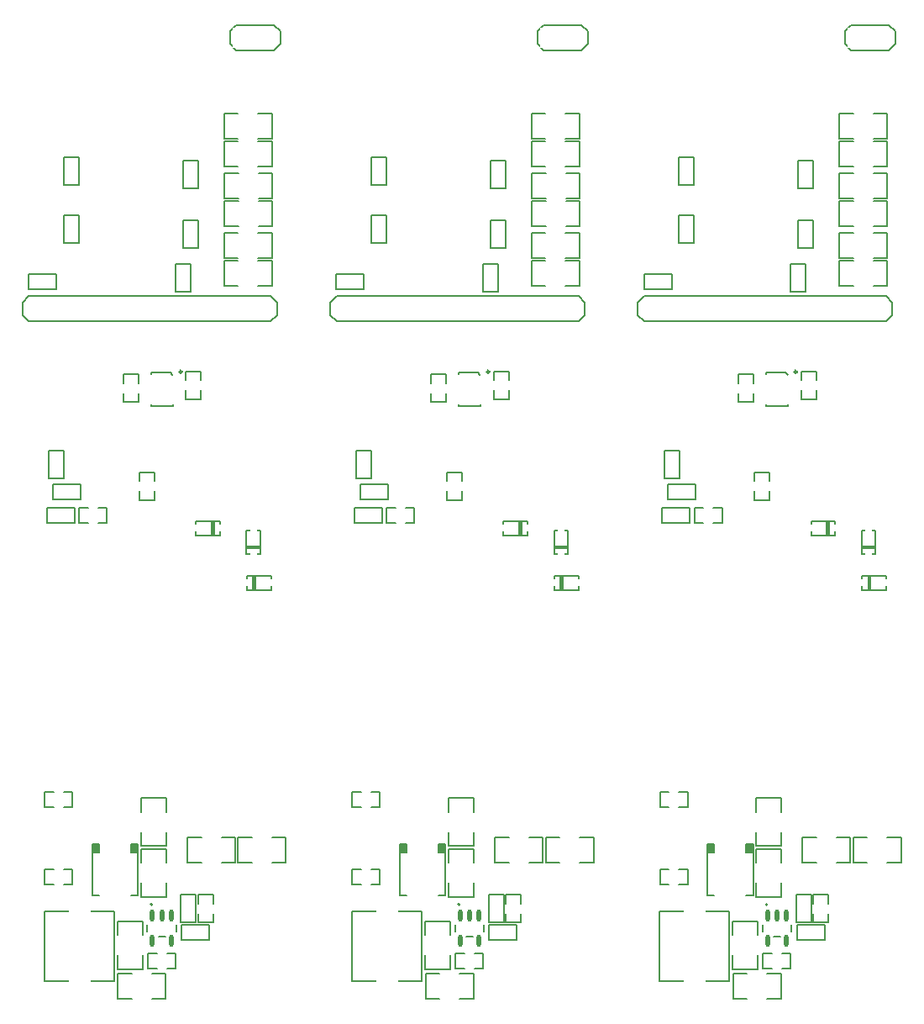
<source format=gbo>
%TF.GenerationSoftware,KiCad,Pcbnew,6.0.4-6f826c9f35~116~ubuntu20.04.1*%
%TF.CreationDate,2022-04-22T17:02:12+02:00*%
%TF.ProjectId,crawl_esc_pan,63726177-6c5f-4657-9363-5f70616e2e6b,rev?*%
%TF.SameCoordinates,Original*%
%TF.FileFunction,Legend,Bot*%
%TF.FilePolarity,Positive*%
%FSLAX46Y46*%
G04 Gerber Fmt 4.6, Leading zero omitted, Abs format (unit mm)*
G04 Created by KiCad (PCBNEW 6.0.4-6f826c9f35~116~ubuntu20.04.1) date 2022-04-22 17:02:12*
%MOMM*%
%LPD*%
G01*
G04 APERTURE LIST*
G04 Aperture macros list*
%AMRoundRect*
0 Rectangle with rounded corners*
0 $1 Rounding radius*
0 $2 $3 $4 $5 $6 $7 $8 $9 X,Y pos of 4 corners*
0 Add a 4 corners polygon primitive as box body*
4,1,4,$2,$3,$4,$5,$6,$7,$8,$9,$2,$3,0*
0 Add four circle primitives for the rounded corners*
1,1,$1+$1,$2,$3*
1,1,$1+$1,$4,$5*
1,1,$1+$1,$6,$7*
1,1,$1+$1,$8,$9*
0 Add four rect primitives between the rounded corners*
20,1,$1+$1,$2,$3,$4,$5,0*
20,1,$1+$1,$4,$5,$6,$7,0*
20,1,$1+$1,$6,$7,$8,$9,0*
20,1,$1+$1,$8,$9,$2,$3,0*%
G04 Aperture macros list end*
%ADD10C,0.200000*%
%ADD11C,0.127000*%
%ADD12C,0.250000*%
%ADD13C,0.150000*%
%ADD14C,1.000000*%
%ADD15O,4.300000X3.500000*%
%ADD16C,0.500000*%
%ADD17R,1.600200X1.600200*%
%ADD18C,1.600200*%
%ADD19C,4.000000*%
%ADD20R,2.000000X2.000000*%
%ADD21C,2.000000*%
%ADD22R,1.016000X0.762000*%
%ADD23R,1.193800X2.006600*%
%ADD24RoundRect,0.147500X-0.147500X0.457500X-0.147500X-0.457500X0.147500X-0.457500X0.147500X0.457500X0*%
%ADD25R,0.800000X0.800000*%
%ADD26R,2.006600X1.193800*%
%ADD27R,0.762000X1.016000*%
%ADD28R,1.200000X0.600000*%
%ADD29R,2.260000X2.160000*%
%ADD30R,2.200000X2.700000*%
G04 APERTURE END LIST*
D10*
%TO.C,R5*%
X140538642Y-133706378D02*
X142062642Y-133706378D01*
X140538642Y-136500378D02*
X140538642Y-133706378D01*
X140538642Y-136500378D02*
X142062642Y-136500378D01*
X142062642Y-136500378D02*
X142062642Y-133706378D01*
%TO.C,C13*%
X141039100Y-83800599D02*
X141039100Y-82911599D01*
X141039100Y-81006599D02*
X142563100Y-81006599D01*
X142563100Y-81895599D02*
X142563100Y-81006599D01*
X142563100Y-83800599D02*
X142563100Y-82911599D01*
X141039100Y-81895599D02*
X141039100Y-81006599D01*
X141039100Y-83800599D02*
X142563100Y-83800599D01*
D11*
%TO.C,ST1*%
X87906100Y-46133599D02*
X88541100Y-46768599D01*
X83461100Y-48038599D02*
X84096100Y-48673599D01*
X83461100Y-46768599D02*
X84096100Y-46133599D01*
X84096100Y-48673599D02*
X87906100Y-48673599D01*
X83461100Y-48038599D02*
X83461100Y-46768599D01*
X87906100Y-48673599D02*
X88541100Y-48038599D01*
X88541100Y-48038599D02*
X88541100Y-46768599D01*
X84096100Y-46133599D02*
X87906100Y-46133599D01*
D10*
%TO.C,C3*%
X144902367Y-61008597D02*
X146299367Y-61008597D01*
X149728367Y-63548597D02*
X149728367Y-61008597D01*
X148331367Y-61008597D02*
X149728367Y-61008597D01*
X144902367Y-63548597D02*
X144902367Y-61008597D01*
X144902367Y-63548597D02*
X146299367Y-63548597D01*
X148331367Y-63548597D02*
X149728367Y-63548597D01*
D11*
%TO.C,IC3*%
X137150642Y-137433379D02*
X137150642Y-136773380D01*
X140050642Y-137433379D02*
X140050642Y-136773380D01*
X138265642Y-137903380D02*
X138935644Y-137903380D01*
D10*
X137650642Y-134693379D02*
G75*
G03*
X137650642Y-134693379I-100000J0D01*
G01*
D11*
%TO.C,D2*%
X85139100Y-98803597D02*
X86539102Y-98803597D01*
X86539102Y-99403597D02*
X86539102Y-97003597D01*
X85139100Y-99403597D02*
X85139100Y-97003597D01*
X85139100Y-97003597D02*
X86539102Y-97003597D01*
X85139100Y-98703597D02*
X86539102Y-98703597D01*
X85139100Y-99403597D02*
X86539102Y-99403597D01*
X85139100Y-98603597D02*
X86539102Y-98603597D01*
D10*
%TO.C,C19*%
X105530645Y-130487380D02*
X105530645Y-129090380D01*
X108070645Y-133916380D02*
X108070645Y-132519380D01*
X105530645Y-133916380D02*
X105530645Y-132519380D01*
X105530645Y-133916380D02*
X108070645Y-133916380D01*
X105530645Y-129090380D02*
X108070645Y-129090380D01*
X108070645Y-130487380D02*
X108070645Y-129090380D01*
%TO.C,R2*%
X80263102Y-68550597D02*
X80263102Y-65756597D01*
X78739102Y-68550597D02*
X78739102Y-65756597D01*
X78739102Y-65756597D02*
X80263102Y-65756597D01*
X78739102Y-68550597D02*
X80263102Y-68550597D01*
D11*
%TO.C,D1*%
X147201100Y-103003599D02*
X149601100Y-103003599D01*
X147201100Y-103003599D02*
X147201100Y-101603597D01*
X147801102Y-103003599D02*
X147801102Y-101603597D01*
X147201100Y-101603597D02*
X149601100Y-101603597D01*
X149601100Y-103003599D02*
X149601100Y-101603597D01*
X148001102Y-103003599D02*
X148001102Y-101603597D01*
X147901102Y-103003599D02*
X147901102Y-101603597D01*
D10*
%TO.C,R4*%
X127032264Y-94741597D02*
X129826264Y-94741597D01*
X127032264Y-96265597D02*
X129826264Y-96265597D01*
X127032264Y-96265597D02*
X127032264Y-94741597D01*
X129826264Y-96265597D02*
X129826264Y-94741597D01*
%TO.C,R1*%
X139989100Y-70211597D02*
X141513100Y-70211597D01*
X139989100Y-73005597D02*
X139989100Y-70211597D01*
X141513100Y-73005597D02*
X141513100Y-70211597D01*
X139989100Y-73005597D02*
X141513100Y-73005597D01*
%TO.C,C5*%
X149714098Y-72373595D02*
X149714098Y-69833595D01*
X144888098Y-72373595D02*
X144888098Y-69833595D01*
X148317098Y-69833595D02*
X149714098Y-69833595D01*
X144888098Y-72373595D02*
X146285098Y-72373595D01*
X144888098Y-69833595D02*
X146285098Y-69833595D01*
X148317098Y-72373595D02*
X149714098Y-72373595D01*
%TO.C,C4*%
X144902367Y-63808593D02*
X146299367Y-63808593D01*
X148331367Y-66348593D02*
X149728367Y-66348593D01*
X144902367Y-66348593D02*
X144902367Y-63808593D01*
X144902367Y-66348593D02*
X146299367Y-66348593D01*
X149728367Y-66348593D02*
X149728367Y-63808593D01*
X148331367Y-63808593D02*
X149728367Y-63808593D01*
%TO.C,R6*%
X140603644Y-138265381D02*
X143397644Y-138265381D01*
X143397644Y-138265381D02*
X143397644Y-136741381D01*
X140603644Y-138265381D02*
X140603644Y-136741381D01*
X140603644Y-136741381D02*
X143397644Y-136741381D01*
%TO.C,L1*%
X127234516Y-88966672D02*
X128758516Y-88966672D01*
X128758516Y-91760672D02*
X128758516Y-88966672D01*
X127234516Y-91760672D02*
X127234516Y-88966672D01*
X127234516Y-91760672D02*
X128758516Y-91760672D01*
D11*
%TO.C,D2*%
X147139100Y-98803597D02*
X148539102Y-98803597D01*
X147139100Y-97003597D02*
X148539102Y-97003597D01*
X147139100Y-99403597D02*
X147139100Y-97003597D01*
X148539102Y-99403597D02*
X148539102Y-97003597D01*
X147139100Y-98603597D02*
X148539102Y-98603597D01*
X147139100Y-99403597D02*
X148539102Y-99403597D01*
X147139100Y-98703597D02*
X148539102Y-98703597D01*
D10*
%TO.C,C18*%
X75203642Y-139641380D02*
X76092642Y-139641380D01*
X77108642Y-141165380D02*
X77997642Y-141165380D01*
X75203642Y-141165380D02*
X75203642Y-139641380D01*
X77108642Y-139641380D02*
X77997642Y-139641380D01*
X75203642Y-141165380D02*
X76092642Y-141165380D01*
X77997642Y-141165380D02*
X77997642Y-139641380D01*
%TO.C,IC1*%
X108446501Y-81123747D02*
X108671502Y-81348745D01*
X106546502Y-84523745D02*
X106546502Y-84323745D01*
X108746503Y-84523745D02*
X108746503Y-84323745D01*
X106546502Y-81323744D02*
X106546502Y-81123747D01*
X106546502Y-84523745D02*
X108746503Y-84523745D01*
X106546502Y-81123747D02*
X108446501Y-81123747D01*
D12*
X109621504Y-81048745D02*
G75*
G03*
X109621504Y-81048745I-125000J0D01*
G01*
D10*
%TO.C,C5*%
X146287642Y-130473376D02*
X146287642Y-127933376D01*
X146287642Y-127933376D02*
X147684642Y-127933376D01*
X149716642Y-130473376D02*
X151113642Y-130473376D01*
X149716642Y-127933376D02*
X151113642Y-127933376D01*
X146287642Y-130473376D02*
X147684642Y-130473376D01*
X151113642Y-130473376D02*
X151113642Y-127933376D01*
%TO.C,D2*%
X135500642Y-128730379D02*
X136200642Y-128730379D01*
X135500642Y-128603379D02*
X136200642Y-128603379D01*
X135500642Y-129492379D02*
X135500642Y-128603379D01*
X131600642Y-128730379D02*
X132300642Y-128730379D01*
X135500642Y-128857379D02*
X136200642Y-128857379D01*
X131600642Y-129365379D02*
X132300642Y-129365379D01*
X131600642Y-129238379D02*
X132300642Y-129238379D01*
X131600642Y-128603379D02*
X132300642Y-128603379D01*
X135500642Y-133803378D02*
X136200642Y-133803378D01*
X131600642Y-133803378D02*
X131600642Y-128603379D01*
X135500642Y-129111379D02*
X136200642Y-129111379D01*
X135500642Y-128984379D02*
X136200642Y-128984379D01*
X131600642Y-128984379D02*
X132300642Y-128984379D01*
X135500642Y-129238379D02*
X136200642Y-129238379D01*
X131600642Y-129492379D02*
X132300642Y-129492379D01*
X135500642Y-129365379D02*
X136200642Y-129365379D01*
X131600642Y-129111379D02*
X132300642Y-129111379D01*
X131600642Y-128857379D02*
X132300642Y-128857379D01*
X132300642Y-129492379D02*
X132300642Y-128603379D01*
X131600642Y-133803378D02*
X132300642Y-133803378D01*
X135500642Y-129492379D02*
X136200642Y-129492379D01*
X136200642Y-133803378D02*
X136200642Y-128603379D01*
D11*
%TO.C,ST2*%
X88231100Y-75338597D02*
X88231100Y-74068597D01*
X87596100Y-73433597D02*
X88231100Y-74068597D01*
X62577100Y-75338597D02*
X63212100Y-75973597D01*
X63212100Y-75973597D02*
X87596100Y-75973597D01*
X63212100Y-73433597D02*
X87596100Y-73433597D01*
X87596100Y-75973597D02*
X88231100Y-75338597D01*
X62577100Y-74068597D02*
X63212100Y-73433597D01*
X62577100Y-75338597D02*
X62577100Y-74068597D01*
%TO.C,D3*%
X81746515Y-97503599D02*
X81746515Y-96103597D01*
X80046516Y-96103597D02*
X82446516Y-96103597D01*
X81646515Y-97503599D02*
X81646515Y-96103597D01*
X80046516Y-97503599D02*
X82446516Y-97503599D01*
X81846515Y-97503599D02*
X81846515Y-96103597D01*
X80046516Y-97503599D02*
X80046516Y-96103597D01*
X82446516Y-97503599D02*
X82446516Y-96103597D01*
D10*
%TO.C,C5*%
X89113642Y-130473376D02*
X89113642Y-127933376D01*
X84287642Y-130473376D02*
X85684642Y-130473376D01*
X87716642Y-130473376D02*
X89113642Y-130473376D01*
X84287642Y-130473376D02*
X84287642Y-127933376D01*
X87716642Y-127933376D02*
X89113642Y-127933376D01*
X84287642Y-127933376D02*
X85684642Y-127933376D01*
%TO.C,C6*%
X82888098Y-67033597D02*
X84285098Y-67033597D01*
X86317098Y-69573597D02*
X87714098Y-69573597D01*
X82888098Y-69573597D02*
X82888098Y-67033597D01*
X82888098Y-69573597D02*
X84285098Y-69573597D01*
X87714098Y-69573597D02*
X87714098Y-67033597D01*
X86317098Y-67033597D02*
X87714098Y-67033597D01*
%TO.C,C15*%
X142238642Y-134595378D02*
X142238642Y-133706378D01*
X143762642Y-136500378D02*
X143762642Y-135611378D01*
X142238642Y-133706378D02*
X143762642Y-133706378D01*
X143762642Y-134595378D02*
X143762642Y-133706378D01*
X142238642Y-136500378D02*
X143762642Y-136500378D01*
X142238642Y-136500378D02*
X142238642Y-135611378D01*
%TO.C,C3*%
X144616642Y-127933376D02*
X146013642Y-127933376D01*
X146013642Y-130473376D02*
X146013642Y-127933376D01*
X144616642Y-130473376D02*
X146013642Y-130473376D01*
X141187642Y-130473376D02*
X141187642Y-127933376D01*
X141187642Y-130473376D02*
X142584642Y-130473376D01*
X141187642Y-127933376D02*
X142584642Y-127933376D01*
D11*
%TO.C,ST1*%
X150541100Y-48038599D02*
X150541100Y-46768599D01*
X149906100Y-48673599D02*
X150541100Y-48038599D01*
X145461100Y-46768599D02*
X146096100Y-46133599D01*
X145461100Y-48038599D02*
X145461100Y-46768599D01*
X145461100Y-48038599D02*
X146096100Y-48673599D01*
X146096100Y-48673599D02*
X149906100Y-48673599D01*
X149906100Y-46133599D02*
X150541100Y-46768599D01*
X146096100Y-46133599D02*
X149906100Y-46133599D01*
D10*
%TO.C,C20*%
X74530642Y-128816378D02*
X77070642Y-128816378D01*
X77070642Y-128816378D02*
X77070642Y-127419378D01*
X74530642Y-123990378D02*
X77070642Y-123990378D01*
X74530642Y-125387378D02*
X74530642Y-123990378D01*
X74530642Y-128816378D02*
X74530642Y-127419378D01*
X77070642Y-125387378D02*
X77070642Y-123990378D01*
%TO.C,R4*%
X96032264Y-96265597D02*
X96032264Y-94741597D01*
X96032264Y-96265597D02*
X98826264Y-96265597D01*
X98826264Y-96265597D02*
X98826264Y-94741597D01*
X96032264Y-94741597D02*
X98826264Y-94741597D01*
%TO.C,C11*%
X130280517Y-96277356D02*
X131169517Y-96277356D01*
X132185517Y-94753356D02*
X133074517Y-94753356D01*
X130280517Y-96277356D02*
X130280517Y-94753356D01*
X130280517Y-94753356D02*
X131169517Y-94753356D01*
X132185517Y-96277356D02*
X133074517Y-96277356D01*
X133074517Y-96277356D02*
X133074517Y-94753356D01*
%TO.C,R2*%
X109739102Y-68550597D02*
X111263102Y-68550597D01*
X109739102Y-65756597D02*
X111263102Y-65756597D01*
X111263102Y-68550597D02*
X111263102Y-65756597D01*
X109739102Y-68550597D02*
X109739102Y-65756597D01*
%TO.C,IC1*%
X75546502Y-81323744D02*
X75546502Y-81123747D01*
X77446501Y-81123747D02*
X77671502Y-81348745D01*
X77746503Y-84523745D02*
X77746503Y-84323745D01*
X75546502Y-81123747D02*
X77446501Y-81123747D01*
X75546502Y-84523745D02*
X75546502Y-84323745D01*
X75546502Y-84523745D02*
X77746503Y-84523745D01*
D12*
X78621504Y-81048745D02*
G75*
G03*
X78621504Y-81048745I-125000J0D01*
G01*
D11*
%TO.C,D1*%
X87601100Y-103003599D02*
X87601100Y-101603597D01*
X85901102Y-103003599D02*
X85901102Y-101603597D01*
X85801102Y-103003599D02*
X85801102Y-101603597D01*
X85201100Y-101603597D02*
X87601100Y-101603597D01*
X86001102Y-103003599D02*
X86001102Y-101603597D01*
X85201100Y-103003599D02*
X87601100Y-103003599D01*
X85201100Y-103003599D02*
X85201100Y-101603597D01*
D10*
%TO.C,R6*%
X128739100Y-59406597D02*
X130263100Y-59406597D01*
X128739100Y-62200597D02*
X130263100Y-62200597D01*
X130263100Y-62200597D02*
X130263100Y-59406597D01*
X128739100Y-62200597D02*
X128739100Y-59406597D01*
D11*
%TO.C,D3*%
X142046516Y-97503599D02*
X144446516Y-97503599D01*
X142046516Y-96103597D02*
X144446516Y-96103597D01*
X144446516Y-97503599D02*
X144446516Y-96103597D01*
X143646515Y-97503599D02*
X143646515Y-96103597D01*
X143846515Y-97503599D02*
X143846515Y-96103597D01*
X143746515Y-97503599D02*
X143746515Y-96103597D01*
X142046516Y-97503599D02*
X142046516Y-96103597D01*
D10*
%TO.C,C21*%
X67597644Y-124865378D02*
X67597644Y-123341378D01*
X66708644Y-124865378D02*
X67597644Y-124865378D01*
X64803644Y-123341378D02*
X65692644Y-123341378D01*
X64803644Y-124865378D02*
X64803644Y-123341378D01*
X64803644Y-124865378D02*
X65692644Y-124865378D01*
X66708644Y-123341378D02*
X67597644Y-123341378D01*
%TO.C,R1*%
X108989100Y-70211597D02*
X110513100Y-70211597D01*
X108989100Y-73005597D02*
X110513100Y-73005597D01*
X110513100Y-73005597D02*
X110513100Y-70211597D01*
X108989100Y-73005597D02*
X108989100Y-70211597D01*
%TO.C,C19*%
X139070645Y-133916380D02*
X139070645Y-132519380D01*
X136530645Y-130487380D02*
X136530645Y-129090380D01*
X136530645Y-133916380D02*
X136530645Y-132519380D01*
X136530645Y-129090380D02*
X139070645Y-129090380D01*
X139070645Y-130487380D02*
X139070645Y-129090380D01*
X136530645Y-133916380D02*
X139070645Y-133916380D01*
%TO.C,C15*%
X81762642Y-134595378D02*
X81762642Y-133706378D01*
X81762642Y-136500378D02*
X81762642Y-135611378D01*
X80238642Y-134595378D02*
X80238642Y-133706378D01*
X80238642Y-133706378D02*
X81762642Y-133706378D01*
X80238642Y-136500378D02*
X80238642Y-135611378D01*
X80238642Y-136500378D02*
X81762642Y-136500378D01*
%TO.C,C8*%
X87714103Y-57573599D02*
X87714103Y-55033599D01*
X82888103Y-57573599D02*
X84285103Y-57573599D01*
X86317103Y-57573599D02*
X87714103Y-57573599D01*
X82888103Y-55033599D02*
X84285103Y-55033599D01*
X82888103Y-57573599D02*
X82888103Y-55033599D01*
X86317103Y-55033599D02*
X87714103Y-55033599D01*
%TO.C,C11*%
X70185517Y-94753356D02*
X71074517Y-94753356D01*
X68280517Y-94753356D02*
X69169517Y-94753356D01*
X68280517Y-96277356D02*
X69169517Y-96277356D01*
X68280517Y-96277356D02*
X68280517Y-94753356D01*
X70185517Y-96277356D02*
X71074517Y-96277356D01*
X71074517Y-96277356D02*
X71074517Y-94753356D01*
%TO.C,R5*%
X109538642Y-133706378D02*
X111062642Y-133706378D01*
X109538642Y-136500378D02*
X109538642Y-133706378D01*
X109538642Y-136500378D02*
X111062642Y-136500378D01*
X111062642Y-136500378D02*
X111062642Y-133706378D01*
%TO.C,IC1*%
X137546502Y-81323744D02*
X137546502Y-81123747D01*
X139746503Y-84523745D02*
X139746503Y-84323745D01*
X137546502Y-84523745D02*
X139746503Y-84523745D01*
X137546502Y-81123747D02*
X139446501Y-81123747D01*
X137546502Y-84523745D02*
X137546502Y-84323745D01*
X139446501Y-81123747D02*
X139671502Y-81348745D01*
D12*
X140621504Y-81048745D02*
G75*
G03*
X140621504Y-81048745I-125000J0D01*
G01*
D10*
%TO.C,C3*%
X82902367Y-63548597D02*
X84299367Y-63548597D01*
X86331367Y-61008597D02*
X87728367Y-61008597D01*
X86331367Y-63548597D02*
X87728367Y-63548597D01*
X82902367Y-61008597D02*
X84299367Y-61008597D01*
X82902367Y-63548597D02*
X82902367Y-61008597D01*
X87728367Y-63548597D02*
X87728367Y-61008597D01*
X110187642Y-130473376D02*
X111584642Y-130473376D01*
X110187642Y-130473376D02*
X110187642Y-127933376D01*
X110187642Y-127933376D02*
X111584642Y-127933376D01*
X113616642Y-130473376D02*
X115013642Y-130473376D01*
X113616642Y-127933376D02*
X115013642Y-127933376D01*
X115013642Y-130473376D02*
X115013642Y-127933376D01*
%TO.C,C4*%
X113902367Y-66348593D02*
X113902367Y-63808593D01*
X117331367Y-63808593D02*
X118728367Y-63808593D01*
X118728367Y-66348593D02*
X118728367Y-63808593D01*
X117331367Y-66348593D02*
X118728367Y-66348593D01*
X113902367Y-66348593D02*
X115299367Y-66348593D01*
X113902367Y-63808593D02*
X115299367Y-63808593D01*
%TO.C,C5*%
X86317098Y-72373595D02*
X87714098Y-72373595D01*
X82888098Y-69833595D02*
X84285098Y-69833595D01*
X86317098Y-69833595D02*
X87714098Y-69833595D01*
X82888098Y-72373595D02*
X84285098Y-72373595D01*
X87714098Y-72373595D02*
X87714098Y-69833595D01*
X82888098Y-72373595D02*
X82888098Y-69833595D01*
X118716642Y-130473376D02*
X120113642Y-130473376D01*
X115287642Y-130473376D02*
X116684642Y-130473376D01*
X115287642Y-127933376D02*
X116684642Y-127933376D01*
X120113642Y-130473376D02*
X120113642Y-127933376D01*
X115287642Y-130473376D02*
X115287642Y-127933376D01*
X118716642Y-127933376D02*
X120113642Y-127933376D01*
%TO.C,C6*%
X113888098Y-69573597D02*
X113888098Y-67033597D01*
X113888098Y-69573597D02*
X115285098Y-69573597D01*
X118714098Y-69573597D02*
X118714098Y-67033597D01*
X117317098Y-69573597D02*
X118714098Y-69573597D01*
X117317098Y-67033597D02*
X118714098Y-67033597D01*
X113888098Y-67033597D02*
X115285098Y-67033597D01*
D11*
%TO.C,D1*%
X116201100Y-101603597D02*
X118601100Y-101603597D01*
X116801102Y-103003599D02*
X116801102Y-101603597D01*
X116201100Y-103003599D02*
X118601100Y-103003599D01*
X116201100Y-103003599D02*
X116201100Y-101603597D01*
X117001102Y-103003599D02*
X117001102Y-101603597D01*
X118601100Y-103003599D02*
X118601100Y-101603597D01*
X116901102Y-103003599D02*
X116901102Y-101603597D01*
D10*
%TO.C,C22*%
X95803644Y-131141376D02*
X96692644Y-131141376D01*
X95803644Y-132665376D02*
X95803644Y-131141376D01*
X95803644Y-132665376D02*
X96692644Y-132665376D01*
X98597644Y-132665376D02*
X98597644Y-131141376D01*
X97708644Y-132665376D02*
X98597644Y-132665376D01*
X97708644Y-131141376D02*
X98597644Y-131141376D01*
D13*
%TO.C,L2*%
X126800644Y-142403379D02*
X133800645Y-142403379D01*
X133800645Y-142403379D02*
X133800645Y-135403378D01*
X126800644Y-135403378D02*
X133800645Y-135403378D01*
X126800644Y-142403379D02*
X126800644Y-135403378D01*
D10*
%TO.C,C21*%
X95803644Y-124865378D02*
X96692644Y-124865378D01*
X97708644Y-123341378D02*
X98597644Y-123341378D01*
X97708644Y-124865378D02*
X98597644Y-124865378D01*
X95803644Y-123341378D02*
X96692644Y-123341378D01*
X95803644Y-124865378D02*
X95803644Y-123341378D01*
X98597644Y-124865378D02*
X98597644Y-123341378D01*
%TO.C,R4*%
X94204100Y-72765597D02*
X94204100Y-71241597D01*
X94204100Y-71241597D02*
X96998100Y-71241597D01*
X94204100Y-72765597D02*
X96998100Y-72765597D01*
X96998100Y-72765597D02*
X96998100Y-71241597D01*
%TO.C,C19*%
X74530645Y-129090380D02*
X77070645Y-129090380D01*
X77070645Y-130487380D02*
X77070645Y-129090380D01*
X74530645Y-133916380D02*
X74530645Y-132519380D01*
X74530645Y-133916380D02*
X77070645Y-133916380D01*
X77070645Y-133916380D02*
X77070645Y-132519380D01*
X74530645Y-130487380D02*
X74530645Y-129090380D01*
D11*
%TO.C,IC3*%
X75150642Y-137433379D02*
X75150642Y-136773380D01*
X76265642Y-137903380D02*
X76935644Y-137903380D01*
X78050642Y-137433379D02*
X78050642Y-136773380D01*
D10*
X75650642Y-134693379D02*
G75*
G03*
X75650642Y-134693379I-100000J0D01*
G01*
%TO.C,C7*%
X118714103Y-60373601D02*
X118714103Y-57833601D01*
X113888103Y-57833601D02*
X115285103Y-57833601D01*
X117317103Y-60373601D02*
X118714103Y-60373601D01*
X113888103Y-60373601D02*
X115285103Y-60373601D01*
X113888103Y-60373601D02*
X113888103Y-57833601D01*
X117317103Y-57833601D02*
X118714103Y-57833601D01*
X144888103Y-60373601D02*
X144888103Y-57833601D01*
X148317103Y-60373601D02*
X149714103Y-60373601D01*
X148317103Y-57833601D02*
X149714103Y-57833601D01*
X144888103Y-60373601D02*
X146285103Y-60373601D01*
X144888103Y-57833601D02*
X146285103Y-57833601D01*
X149714103Y-60373601D02*
X149714103Y-57833601D01*
%TO.C,R6*%
X81397644Y-138265381D02*
X81397644Y-136741381D01*
X78603644Y-138265381D02*
X78603644Y-136741381D01*
X78603644Y-138265381D02*
X81397644Y-138265381D01*
X78603644Y-136741381D02*
X81397644Y-136741381D01*
%TO.C,R3*%
X109739102Y-62550597D02*
X111263102Y-62550597D01*
X109739102Y-59756597D02*
X111263102Y-59756597D01*
X109739102Y-62550597D02*
X109739102Y-59756597D01*
X111263102Y-62550597D02*
X111263102Y-59756597D01*
%TO.C,C5*%
X118714098Y-72373595D02*
X118714098Y-69833595D01*
X117317098Y-72373595D02*
X118714098Y-72373595D01*
X113888098Y-72373595D02*
X115285098Y-72373595D01*
X113888098Y-69833595D02*
X115285098Y-69833595D01*
X113888098Y-72373595D02*
X113888098Y-69833595D01*
X117317098Y-69833595D02*
X118714098Y-69833595D01*
%TO.C,C6*%
X134739100Y-81306599D02*
X136263100Y-81306599D01*
X136263100Y-84100599D02*
X136263100Y-83211599D01*
X134739100Y-84100599D02*
X134739100Y-83211599D01*
X136263100Y-82195599D02*
X136263100Y-81306599D01*
X134739100Y-82195599D02*
X134739100Y-81306599D01*
X134739100Y-84100599D02*
X136263100Y-84100599D01*
%TO.C,C9*%
X136670644Y-137787381D02*
X136670644Y-136390381D01*
X134130644Y-137787381D02*
X134130644Y-136390381D01*
X134130644Y-141216381D02*
X134130644Y-139819381D01*
X134130644Y-136390381D02*
X136670644Y-136390381D01*
X134130644Y-141216381D02*
X136670644Y-141216381D01*
X136670644Y-141216381D02*
X136670644Y-139819381D01*
%TO.C,C15*%
X111238642Y-134595378D02*
X111238642Y-133706378D01*
X111238642Y-136500378D02*
X111238642Y-135611378D01*
X111238642Y-133706378D02*
X112762642Y-133706378D01*
X111238642Y-136500378D02*
X112762642Y-136500378D01*
X112762642Y-134595378D02*
X112762642Y-133706378D01*
X112762642Y-136500378D02*
X112762642Y-135611378D01*
%TO.C,C6*%
X103739100Y-81306599D02*
X105263100Y-81306599D01*
X105263100Y-84100599D02*
X105263100Y-83211599D01*
X103739100Y-84100599D02*
X103739100Y-83211599D01*
X103739100Y-84100599D02*
X105263100Y-84100599D01*
X105263100Y-82195599D02*
X105263100Y-81306599D01*
X103739100Y-82195599D02*
X103739100Y-81306599D01*
%TO.C,C4*%
X106858516Y-93960673D02*
X106858516Y-93071673D01*
X106858516Y-92055673D02*
X106858516Y-91166673D01*
X105334516Y-93960673D02*
X106858516Y-93960673D01*
X105334516Y-92055673D02*
X105334516Y-91166673D01*
X105334516Y-93960673D02*
X105334516Y-93071673D01*
X105334516Y-91166673D02*
X106858516Y-91166673D01*
%TO.C,C22*%
X64803644Y-132665376D02*
X64803644Y-131141376D01*
X66708644Y-131141376D02*
X67597644Y-131141376D01*
X64803644Y-131141376D02*
X65692644Y-131141376D01*
X66708644Y-132665376D02*
X67597644Y-132665376D01*
X67597644Y-132665376D02*
X67597644Y-131141376D01*
X64803644Y-132665376D02*
X65692644Y-132665376D01*
%TO.C,C6*%
X74263100Y-84100599D02*
X74263100Y-83211599D01*
X74263100Y-82195599D02*
X74263100Y-81306599D01*
X72739100Y-84100599D02*
X74263100Y-84100599D01*
X72739100Y-84100599D02*
X72739100Y-83211599D01*
X72739100Y-82195599D02*
X72739100Y-81306599D01*
X72739100Y-81306599D02*
X74263100Y-81306599D01*
%TO.C,C3*%
X79187642Y-130473376D02*
X79187642Y-127933376D01*
X79187642Y-130473376D02*
X80584642Y-130473376D01*
X82616642Y-130473376D02*
X84013642Y-130473376D01*
X82616642Y-127933376D02*
X84013642Y-127933376D01*
X84013642Y-130473376D02*
X84013642Y-127933376D01*
X79187642Y-127933376D02*
X80584642Y-127933376D01*
%TO.C,R6*%
X109603644Y-138265381D02*
X109603644Y-136741381D01*
X112397644Y-138265381D02*
X112397644Y-136741381D01*
X109603644Y-138265381D02*
X112397644Y-138265381D01*
X109603644Y-136741381D02*
X112397644Y-136741381D01*
D13*
%TO.C,L2*%
X64800644Y-142403379D02*
X71800645Y-142403379D01*
X64800644Y-135403378D02*
X71800645Y-135403378D01*
X64800644Y-142403379D02*
X64800644Y-135403378D01*
X71800645Y-142403379D02*
X71800645Y-135403378D01*
D10*
%TO.C,C22*%
X128708644Y-131141376D02*
X129597644Y-131141376D01*
X126803644Y-132665376D02*
X127692644Y-132665376D01*
X128708644Y-132665376D02*
X129597644Y-132665376D01*
X126803644Y-131141376D02*
X127692644Y-131141376D01*
X129597644Y-132665376D02*
X129597644Y-131141376D01*
X126803644Y-132665376D02*
X126803644Y-131141376D01*
%TO.C,C8*%
X149714103Y-57573599D02*
X149714103Y-55033599D01*
X144888103Y-57573599D02*
X146285103Y-57573599D01*
X144888103Y-55033599D02*
X146285103Y-55033599D01*
X144888103Y-57573599D02*
X144888103Y-55033599D01*
X148317103Y-57573599D02*
X149714103Y-57573599D01*
X148317103Y-55033599D02*
X149714103Y-55033599D01*
D11*
%TO.C,D2*%
X116139100Y-97003597D02*
X117539102Y-97003597D01*
X116139100Y-98803597D02*
X117539102Y-98803597D01*
X116139100Y-99403597D02*
X117539102Y-99403597D01*
X116139100Y-98703597D02*
X117539102Y-98703597D01*
X117539102Y-99403597D02*
X117539102Y-97003597D01*
X116139100Y-98603597D02*
X117539102Y-98603597D01*
X116139100Y-99403597D02*
X116139100Y-97003597D01*
D10*
%TO.C,R4*%
X63204100Y-72765597D02*
X63204100Y-71241597D01*
X63204100Y-72765597D02*
X65998100Y-72765597D01*
X63204100Y-71241597D02*
X65998100Y-71241597D01*
X65998100Y-72765597D02*
X65998100Y-71241597D01*
%TO.C,C4*%
X136334516Y-93960673D02*
X136334516Y-93071673D01*
X137858516Y-92055673D02*
X137858516Y-91166673D01*
X136334516Y-91166673D02*
X137858516Y-91166673D01*
X137858516Y-93960673D02*
X137858516Y-93071673D01*
X136334516Y-92055673D02*
X136334516Y-91166673D01*
X136334516Y-93960673D02*
X137858516Y-93960673D01*
%TO.C,C13*%
X79039100Y-81895599D02*
X79039100Y-81006599D01*
X79039100Y-81006599D02*
X80563100Y-81006599D01*
X79039100Y-83800599D02*
X79039100Y-82911599D01*
X80563100Y-81895599D02*
X80563100Y-81006599D01*
X80563100Y-83800599D02*
X80563100Y-82911599D01*
X79039100Y-83800599D02*
X80563100Y-83800599D01*
%TO.C,R14*%
X127599517Y-93925672D02*
X130393517Y-93925672D01*
X127599517Y-93925672D02*
X127599517Y-92401672D01*
X127599517Y-92401672D02*
X130393517Y-92401672D01*
X130393517Y-93925672D02*
X130393517Y-92401672D01*
%TO.C,C9*%
X105670644Y-141216381D02*
X105670644Y-139819381D01*
X103130644Y-141216381D02*
X105670644Y-141216381D01*
X105670644Y-137787381D02*
X105670644Y-136390381D01*
X103130644Y-141216381D02*
X103130644Y-139819381D01*
X103130644Y-137787381D02*
X103130644Y-136390381D01*
X103130644Y-136390381D02*
X105670644Y-136390381D01*
D13*
%TO.C,L2*%
X95800644Y-142403379D02*
X102800645Y-142403379D01*
X102800645Y-142403379D02*
X102800645Y-135403378D01*
X95800644Y-135403378D02*
X102800645Y-135403378D01*
X95800644Y-142403379D02*
X95800644Y-135403378D01*
D10*
%TO.C,R14*%
X65599517Y-93925672D02*
X68393517Y-93925672D01*
X65599517Y-92401672D02*
X68393517Y-92401672D01*
X65599517Y-93925672D02*
X65599517Y-92401672D01*
X68393517Y-93925672D02*
X68393517Y-92401672D01*
%TO.C,R3*%
X140739102Y-59756597D02*
X142263102Y-59756597D01*
X140739102Y-62550597D02*
X140739102Y-59756597D01*
X142263102Y-62550597D02*
X142263102Y-59756597D01*
X140739102Y-62550597D02*
X142263102Y-62550597D01*
%TO.C,C21*%
X126803644Y-124865378D02*
X126803644Y-123341378D01*
X126803644Y-123341378D02*
X127692644Y-123341378D01*
X128708644Y-124865378D02*
X129597644Y-124865378D01*
X128708644Y-123341378D02*
X129597644Y-123341378D01*
X129597644Y-124865378D02*
X129597644Y-123341378D01*
X126803644Y-124865378D02*
X127692644Y-124865378D01*
%TO.C,L1*%
X96234516Y-91760672D02*
X96234516Y-88966672D01*
X97758516Y-91760672D02*
X97758516Y-88966672D01*
X96234516Y-88966672D02*
X97758516Y-88966672D01*
X96234516Y-91760672D02*
X97758516Y-91760672D01*
%TO.C,C3*%
X117331367Y-61008597D02*
X118728367Y-61008597D01*
X113902367Y-63548597D02*
X115299367Y-63548597D01*
X118728367Y-63548597D02*
X118728367Y-61008597D01*
X117331367Y-63548597D02*
X118728367Y-63548597D01*
X113902367Y-61008597D02*
X115299367Y-61008597D01*
X113902367Y-63548597D02*
X113902367Y-61008597D01*
%TO.C,C10*%
X75616642Y-144173378D02*
X77013642Y-144173378D01*
X72187642Y-144173378D02*
X73584642Y-144173378D01*
X77013642Y-144173378D02*
X77013642Y-141633378D01*
X72187642Y-144173378D02*
X72187642Y-141633378D01*
X75616642Y-141633378D02*
X77013642Y-141633378D01*
X72187642Y-141633378D02*
X73584642Y-141633378D01*
D11*
%TO.C,D3*%
X111046516Y-97503599D02*
X111046516Y-96103597D01*
X112846515Y-97503599D02*
X112846515Y-96103597D01*
X111046516Y-97503599D02*
X113446516Y-97503599D01*
X113446516Y-97503599D02*
X113446516Y-96103597D01*
X111046516Y-96103597D02*
X113446516Y-96103597D01*
X112746515Y-97503599D02*
X112746515Y-96103597D01*
X112646515Y-97503599D02*
X112646515Y-96103597D01*
D10*
%TO.C,R2*%
X140739102Y-65756597D02*
X142263102Y-65756597D01*
X140739102Y-68550597D02*
X142263102Y-68550597D01*
X142263102Y-68550597D02*
X142263102Y-65756597D01*
X140739102Y-68550597D02*
X140739102Y-65756597D01*
%TO.C,R5*%
X97739100Y-65306599D02*
X99263100Y-65306599D01*
X97739100Y-68100599D02*
X99263100Y-68100599D01*
X97739100Y-68100599D02*
X97739100Y-65306599D01*
X99263100Y-68100599D02*
X99263100Y-65306599D01*
%TO.C,C6*%
X148317098Y-69573597D02*
X149714098Y-69573597D01*
X148317098Y-67033597D02*
X149714098Y-67033597D01*
X149714098Y-69573597D02*
X149714098Y-67033597D01*
X144888098Y-69573597D02*
X146285098Y-69573597D01*
X144888098Y-67033597D02*
X146285098Y-67033597D01*
X144888098Y-69573597D02*
X144888098Y-67033597D01*
%TO.C,R5*%
X66739100Y-65306599D02*
X68263100Y-65306599D01*
X66739100Y-68100599D02*
X68263100Y-68100599D01*
X68263100Y-68100599D02*
X68263100Y-65306599D01*
X66739100Y-68100599D02*
X66739100Y-65306599D01*
%TO.C,L1*%
X66758516Y-91760672D02*
X66758516Y-88966672D01*
X65234516Y-91760672D02*
X65234516Y-88966672D01*
X65234516Y-88966672D02*
X66758516Y-88966672D01*
X65234516Y-91760672D02*
X66758516Y-91760672D01*
%TO.C,C10*%
X103187642Y-144173378D02*
X104584642Y-144173378D01*
X103187642Y-141633378D02*
X104584642Y-141633378D01*
X106616642Y-144173378D02*
X108013642Y-144173378D01*
X103187642Y-144173378D02*
X103187642Y-141633378D01*
X108013642Y-144173378D02*
X108013642Y-141633378D01*
X106616642Y-141633378D02*
X108013642Y-141633378D01*
%TO.C,C4*%
X74334516Y-93960673D02*
X75858516Y-93960673D01*
X74334516Y-93960673D02*
X74334516Y-93071673D01*
X74334516Y-92055673D02*
X74334516Y-91166673D01*
X75858516Y-92055673D02*
X75858516Y-91166673D01*
X75858516Y-93960673D02*
X75858516Y-93071673D01*
X74334516Y-91166673D02*
X75858516Y-91166673D01*
%TO.C,C20*%
X139070642Y-125387378D02*
X139070642Y-123990378D01*
X136530642Y-123990378D02*
X139070642Y-123990378D01*
X136530642Y-125387378D02*
X136530642Y-123990378D01*
X136530642Y-128816378D02*
X136530642Y-127419378D01*
X139070642Y-128816378D02*
X139070642Y-127419378D01*
X136530642Y-128816378D02*
X139070642Y-128816378D01*
%TO.C,R4*%
X65032264Y-96265597D02*
X65032264Y-94741597D01*
X65032264Y-96265597D02*
X67826264Y-96265597D01*
X67826264Y-96265597D02*
X67826264Y-94741597D01*
X65032264Y-94741597D02*
X67826264Y-94741597D01*
D11*
%TO.C,ST2*%
X118596100Y-73433597D02*
X119231100Y-74068597D01*
X118596100Y-75973597D02*
X119231100Y-75338597D01*
X93577100Y-75338597D02*
X93577100Y-74068597D01*
X94212100Y-75973597D02*
X118596100Y-75973597D01*
X119231100Y-75338597D02*
X119231100Y-74068597D01*
X93577100Y-74068597D02*
X94212100Y-73433597D01*
X93577100Y-75338597D02*
X94212100Y-75973597D01*
X94212100Y-73433597D02*
X118596100Y-73433597D01*
D10*
%TO.C,R5*%
X128739100Y-68100599D02*
X128739100Y-65306599D01*
X128739100Y-65306599D02*
X130263100Y-65306599D01*
X130263100Y-68100599D02*
X130263100Y-65306599D01*
X128739100Y-68100599D02*
X130263100Y-68100599D01*
D11*
%TO.C,ST2*%
X124577100Y-74068597D02*
X125212100Y-73433597D01*
X150231100Y-75338597D02*
X150231100Y-74068597D01*
X124577100Y-75338597D02*
X125212100Y-75973597D01*
X125212100Y-73433597D02*
X149596100Y-73433597D01*
X125212100Y-75973597D02*
X149596100Y-75973597D01*
X124577100Y-75338597D02*
X124577100Y-74068597D01*
X149596100Y-73433597D02*
X150231100Y-74068597D01*
X149596100Y-75973597D02*
X150231100Y-75338597D01*
D10*
%TO.C,R14*%
X96599517Y-93925672D02*
X99393517Y-93925672D01*
X96599517Y-93925672D02*
X96599517Y-92401672D01*
X99393517Y-93925672D02*
X99393517Y-92401672D01*
X96599517Y-92401672D02*
X99393517Y-92401672D01*
%TO.C,R5*%
X78538642Y-133706378D02*
X80062642Y-133706378D01*
X80062642Y-136500378D02*
X80062642Y-133706378D01*
X78538642Y-136500378D02*
X80062642Y-136500378D01*
X78538642Y-136500378D02*
X78538642Y-133706378D01*
D11*
%TO.C,IC3*%
X109050642Y-137433379D02*
X109050642Y-136773380D01*
X107265642Y-137903380D02*
X107935644Y-137903380D01*
X106150642Y-137433379D02*
X106150642Y-136773380D01*
D10*
X106650642Y-134693379D02*
G75*
G03*
X106650642Y-134693379I-100000J0D01*
G01*
%TO.C,R6*%
X99263100Y-62200597D02*
X99263100Y-59406597D01*
X97739100Y-62200597D02*
X97739100Y-59406597D01*
X97739100Y-62200597D02*
X99263100Y-62200597D01*
X97739100Y-59406597D02*
X99263100Y-59406597D01*
%TO.C,C9*%
X72130644Y-141216381D02*
X72130644Y-139819381D01*
X72130644Y-141216381D02*
X74670644Y-141216381D01*
X74670644Y-137787381D02*
X74670644Y-136390381D01*
X72130644Y-137787381D02*
X72130644Y-136390381D01*
X72130644Y-136390381D02*
X74670644Y-136390381D01*
X74670644Y-141216381D02*
X74670644Y-139819381D01*
%TO.C,C10*%
X139013642Y-144173378D02*
X139013642Y-141633378D01*
X134187642Y-144173378D02*
X135584642Y-144173378D01*
X137616642Y-141633378D02*
X139013642Y-141633378D01*
X134187642Y-141633378D02*
X135584642Y-141633378D01*
X137616642Y-144173378D02*
X139013642Y-144173378D01*
X134187642Y-144173378D02*
X134187642Y-141633378D01*
%TO.C,C7*%
X82888103Y-57833601D02*
X84285103Y-57833601D01*
X86317103Y-60373601D02*
X87714103Y-60373601D01*
X82888103Y-60373601D02*
X82888103Y-57833601D01*
X87714103Y-60373601D02*
X87714103Y-57833601D01*
X86317103Y-57833601D02*
X87714103Y-57833601D01*
X82888103Y-60373601D02*
X84285103Y-60373601D01*
%TO.C,C13*%
X111563100Y-83800599D02*
X111563100Y-82911599D01*
X110039100Y-83800599D02*
X111563100Y-83800599D01*
X110039100Y-81006599D02*
X111563100Y-81006599D01*
X110039100Y-83800599D02*
X110039100Y-82911599D01*
X110039100Y-81895599D02*
X110039100Y-81006599D01*
X111563100Y-81895599D02*
X111563100Y-81006599D01*
%TO.C,C18*%
X108997642Y-141165380D02*
X108997642Y-139641380D01*
X106203642Y-141165380D02*
X107092642Y-141165380D01*
X106203642Y-141165380D02*
X106203642Y-139641380D01*
X108108642Y-141165380D02*
X108997642Y-141165380D01*
X106203642Y-139641380D02*
X107092642Y-139641380D01*
X108108642Y-139641380D02*
X108997642Y-139641380D01*
%TO.C,R6*%
X66739100Y-62200597D02*
X68263100Y-62200597D01*
X66739100Y-59406597D02*
X68263100Y-59406597D01*
X68263100Y-62200597D02*
X68263100Y-59406597D01*
X66739100Y-62200597D02*
X66739100Y-59406597D01*
%TO.C,C18*%
X139108642Y-141165380D02*
X139997642Y-141165380D01*
X139108642Y-139641380D02*
X139997642Y-139641380D01*
X137203642Y-141165380D02*
X138092642Y-141165380D01*
X137203642Y-139641380D02*
X138092642Y-139641380D01*
X137203642Y-141165380D02*
X137203642Y-139641380D01*
X139997642Y-141165380D02*
X139997642Y-139641380D01*
%TO.C,C8*%
X118714103Y-57573599D02*
X118714103Y-55033599D01*
X113888103Y-55033599D02*
X115285103Y-55033599D01*
X113888103Y-57573599D02*
X113888103Y-55033599D01*
X113888103Y-57573599D02*
X115285103Y-57573599D01*
X117317103Y-55033599D02*
X118714103Y-55033599D01*
X117317103Y-57573599D02*
X118714103Y-57573599D01*
%TO.C,R4*%
X125204100Y-72765597D02*
X125204100Y-71241597D01*
X125204100Y-71241597D02*
X127998100Y-71241597D01*
X125204100Y-72765597D02*
X127998100Y-72765597D01*
X127998100Y-72765597D02*
X127998100Y-71241597D01*
%TO.C,D2*%
X73500642Y-129492379D02*
X73500642Y-128603379D01*
X73500642Y-133803378D02*
X74200642Y-133803378D01*
X69600642Y-129492379D02*
X70300642Y-129492379D01*
X73500642Y-128984379D02*
X74200642Y-128984379D01*
X73500642Y-129492379D02*
X74200642Y-129492379D01*
X69600642Y-128857379D02*
X70300642Y-128857379D01*
X74200642Y-133803378D02*
X74200642Y-128603379D01*
X73500642Y-129365379D02*
X74200642Y-129365379D01*
X69600642Y-129111379D02*
X70300642Y-129111379D01*
X73500642Y-128857379D02*
X74200642Y-128857379D01*
X69600642Y-129238379D02*
X70300642Y-129238379D01*
X69600642Y-133803378D02*
X69600642Y-128603379D01*
X73500642Y-129238379D02*
X74200642Y-129238379D01*
X70300642Y-129492379D02*
X70300642Y-128603379D01*
X73500642Y-128730379D02*
X74200642Y-128730379D01*
X69600642Y-133803378D02*
X70300642Y-133803378D01*
X69600642Y-128603379D02*
X70300642Y-128603379D01*
X69600642Y-128984379D02*
X70300642Y-128984379D01*
X73500642Y-129111379D02*
X74200642Y-129111379D01*
X69600642Y-128730379D02*
X70300642Y-128730379D01*
X73500642Y-128603379D02*
X74200642Y-128603379D01*
X69600642Y-129365379D02*
X70300642Y-129365379D01*
%TO.C,C11*%
X99280517Y-94753356D02*
X100169517Y-94753356D01*
X101185517Y-94753356D02*
X102074517Y-94753356D01*
X99280517Y-96277356D02*
X100169517Y-96277356D01*
X102074517Y-96277356D02*
X102074517Y-94753356D01*
X101185517Y-96277356D02*
X102074517Y-96277356D01*
X99280517Y-96277356D02*
X99280517Y-94753356D01*
%TO.C,D2*%
X100600642Y-133803378D02*
X101300642Y-133803378D01*
X100600642Y-128730379D02*
X101300642Y-128730379D01*
X100600642Y-129238379D02*
X101300642Y-129238379D01*
X101300642Y-129492379D02*
X101300642Y-128603379D01*
X100600642Y-129492379D02*
X101300642Y-129492379D01*
X104500642Y-129111379D02*
X105200642Y-129111379D01*
X105200642Y-133803378D02*
X105200642Y-128603379D01*
X100600642Y-128857379D02*
X101300642Y-128857379D01*
X104500642Y-128984379D02*
X105200642Y-128984379D01*
X104500642Y-129492379D02*
X104500642Y-128603379D01*
X104500642Y-129492379D02*
X105200642Y-129492379D01*
X100600642Y-133803378D02*
X100600642Y-128603379D01*
X104500642Y-133803378D02*
X105200642Y-133803378D01*
X104500642Y-128857379D02*
X105200642Y-128857379D01*
X104500642Y-129365379D02*
X105200642Y-129365379D01*
X104500642Y-128730379D02*
X105200642Y-128730379D01*
X100600642Y-128984379D02*
X101300642Y-128984379D01*
X100600642Y-129111379D02*
X101300642Y-129111379D01*
X100600642Y-128603379D02*
X101300642Y-128603379D01*
X100600642Y-129365379D02*
X101300642Y-129365379D01*
X104500642Y-129238379D02*
X105200642Y-129238379D01*
X104500642Y-128603379D02*
X105200642Y-128603379D01*
%TO.C,R3*%
X78739102Y-59756597D02*
X80263102Y-59756597D01*
X78739102Y-62550597D02*
X80263102Y-62550597D01*
X78739102Y-62550597D02*
X78739102Y-59756597D01*
X80263102Y-62550597D02*
X80263102Y-59756597D01*
%TO.C,C4*%
X82902367Y-66348593D02*
X84299367Y-66348593D01*
X87728367Y-66348593D02*
X87728367Y-63808593D01*
X86331367Y-66348593D02*
X87728367Y-66348593D01*
X82902367Y-63808593D02*
X84299367Y-63808593D01*
X86331367Y-63808593D02*
X87728367Y-63808593D01*
X82902367Y-66348593D02*
X82902367Y-63808593D01*
%TO.C,C20*%
X108070642Y-128816378D02*
X108070642Y-127419378D01*
X105530642Y-123990378D02*
X108070642Y-123990378D01*
X105530642Y-128816378D02*
X105530642Y-127419378D01*
X105530642Y-125387378D02*
X105530642Y-123990378D01*
X105530642Y-128816378D02*
X108070642Y-128816378D01*
X108070642Y-125387378D02*
X108070642Y-123990378D01*
%TO.C,R1*%
X79513100Y-73005597D02*
X79513100Y-70211597D01*
X77989100Y-70211597D02*
X79513100Y-70211597D01*
X77989100Y-73005597D02*
X79513100Y-73005597D01*
X77989100Y-73005597D02*
X77989100Y-70211597D01*
D11*
%TO.C,ST1*%
X115096100Y-46133599D02*
X118906100Y-46133599D01*
X115096100Y-48673599D02*
X118906100Y-48673599D01*
X114461100Y-46768599D02*
X115096100Y-46133599D01*
X118906100Y-48673599D02*
X119541100Y-48038599D01*
X119541100Y-48038599D02*
X119541100Y-46768599D01*
X114461100Y-48038599D02*
X115096100Y-48673599D01*
X114461100Y-48038599D02*
X114461100Y-46768599D01*
X118906100Y-46133599D02*
X119541100Y-46768599D01*
%TD*%
%LPC*%
D14*
%TO.C,TP3*%
X109896516Y-87163671D03*
%TD*%
D15*
%TO.C,TP3*%
X106501100Y-69068597D03*
%TD*%
D16*
%TO.C,*%
X154901100Y-147303599D03*
%TD*%
%TO.C,*%
X57151100Y-44903599D03*
%TD*%
D14*
%TO.C,TP1*%
X76996517Y-87163671D03*
%TD*%
D17*
%TO.C,ST2*%
X86961100Y-109703597D03*
D18*
X84421100Y-109703597D03*
X81881100Y-109703597D03*
X79341100Y-109703597D03*
X76801100Y-109703597D03*
X74261100Y-109703597D03*
X71721100Y-109703597D03*
X69181100Y-109703597D03*
X66641100Y-109703597D03*
X64101100Y-109703597D03*
%TD*%
D19*
%TO.C,*%
X149401100Y-37103599D03*
%TD*%
D16*
%TO.C,*%
X55651100Y-147303599D03*
%TD*%
D17*
%TO.C,ST5*%
X63400644Y-137263376D03*
D18*
X63400644Y-139803376D03*
X63400644Y-142343376D03*
%TD*%
D15*
%TO.C,TP3*%
X137501100Y-69068597D03*
%TD*%
D20*
%TO.C,ST1*%
X82186517Y-82403599D03*
D21*
X84726517Y-82403599D03*
X87266517Y-82403599D03*
%TD*%
D16*
%TO.C,*%
X54151100Y-44903599D03*
%TD*%
D17*
%TO.C,ST3*%
X94400644Y-121503378D03*
D18*
X94400644Y-124043378D03*
X94400644Y-126583378D03*
%TD*%
D16*
%TO.C,*%
X54901100Y-44903599D03*
%TD*%
%TO.C,*%
X61201100Y-146703599D03*
X61201100Y-149553599D03*
X63301100Y-147303599D03*
X61201100Y-148053599D03*
X61201100Y-148803599D03*
X58951100Y-147303599D03*
X60451100Y-147303599D03*
X62551100Y-147303599D03*
X61201100Y-145953599D03*
X61201100Y-145203599D03*
X59701100Y-147303599D03*
X61801100Y-147303599D03*
%TD*%
D15*
%TO.C,TP1*%
X86301100Y-52403599D03*
%TD*%
D16*
%TO.C,*%
X56401100Y-44903599D03*
%TD*%
%TO.C,*%
X158651100Y-147303599D03*
%TD*%
%TO.C,*%
X94301100Y-147303599D03*
X89601100Y-145953599D03*
X92201100Y-145953599D03*
X92201100Y-145203599D03*
X89001100Y-147303599D03*
X90901100Y-147303599D03*
X87501100Y-147303599D03*
X93551100Y-147303599D03*
X89601100Y-145203599D03*
X92201100Y-146703599D03*
X88251100Y-147303599D03*
X89601100Y-146703599D03*
X92801100Y-147303599D03*
%TD*%
D20*
%TO.C,ST1*%
X144186644Y-117403378D03*
D21*
X146726644Y-117403378D03*
X149266644Y-117403378D03*
%TD*%
D16*
%TO.C,*%
X54151100Y-147303599D03*
%TD*%
D17*
%TO.C,C1*%
X102201100Y-51753597D03*
D18*
X102201100Y-48253600D03*
%TD*%
D14*
%TO.C,TP3*%
X140896516Y-87163671D03*
%TD*%
D16*
%TO.C,*%
X57901100Y-147303599D03*
%TD*%
D17*
%TO.C,ST2*%
X98796642Y-116908378D03*
D18*
X101336642Y-116908378D03*
%TD*%
D14*
%TO.C,TP2*%
X137096516Y-87163671D03*
%TD*%
D16*
%TO.C,*%
X57151100Y-147303599D03*
%TD*%
D17*
%TO.C,ST3*%
X63400644Y-121503378D03*
D18*
X63400644Y-124043378D03*
X63400644Y-126583378D03*
%TD*%
D20*
%TO.C,ST1*%
X144186517Y-82403599D03*
D21*
X146726517Y-82403599D03*
X149266517Y-82403599D03*
%TD*%
D15*
%TO.C,TP1*%
X117301100Y-52403599D03*
%TD*%
D17*
%TO.C,C1*%
X71201100Y-51753597D03*
D18*
X71201100Y-48253600D03*
%TD*%
D17*
%TO.C,ST2*%
X129796642Y-116908378D03*
D18*
X132336642Y-116908378D03*
%TD*%
D16*
%TO.C,*%
X155651100Y-44903599D03*
%TD*%
D15*
%TO.C,TP5*%
X75501100Y-57068599D03*
%TD*%
D14*
%TO.C,TP1*%
X138996517Y-87163671D03*
%TD*%
D15*
%TO.C,TP2*%
X126901100Y-51903597D03*
%TD*%
D16*
%TO.C,*%
X157151100Y-44903599D03*
%TD*%
D15*
%TO.C,TP4*%
X106501100Y-63068597D03*
%TD*%
D17*
%TO.C,ST6*%
X107070644Y-116903376D03*
D18*
X104530644Y-116903376D03*
%TD*%
D15*
%TO.C,TP2*%
X64901100Y-51903597D03*
%TD*%
D17*
%TO.C,ST3*%
X98796416Y-81908502D03*
D18*
X101336416Y-81908502D03*
%TD*%
D16*
%TO.C,*%
X92201100Y-80503599D03*
X92201100Y-78603599D03*
X92801100Y-77303599D03*
X92201100Y-75203599D03*
X92201100Y-82003599D03*
X94301100Y-79903599D03*
X89601100Y-75203599D03*
X92801100Y-79903599D03*
X93551100Y-77303599D03*
X89601100Y-80503599D03*
X93551100Y-79903599D03*
X89601100Y-76703599D03*
X89601100Y-75953599D03*
X87501100Y-79903599D03*
X88251100Y-77303599D03*
X92201100Y-81253599D03*
X89601100Y-78603599D03*
X89601100Y-82003599D03*
X89601100Y-81253599D03*
X92201100Y-76703599D03*
X89001100Y-79903599D03*
X87501100Y-77303599D03*
X92201100Y-75953599D03*
X94301100Y-77303599D03*
X89001100Y-77303599D03*
X88251100Y-79903599D03*
%TD*%
%TO.C,*%
X155651100Y-147303599D03*
%TD*%
D15*
%TO.C,TP4*%
X75501100Y-63068597D03*
%TD*%
D16*
%TO.C,*%
X157901100Y-147303599D03*
%TD*%
D17*
%TO.C,ST2*%
X148961100Y-109703597D03*
D18*
X146421100Y-109703597D03*
X143881100Y-109703597D03*
X141341100Y-109703597D03*
X138801100Y-109703597D03*
X136261100Y-109703597D03*
X133721100Y-109703597D03*
X131181100Y-109703597D03*
X128641100Y-109703597D03*
X126101100Y-109703597D03*
%TD*%
D17*
%TO.C,C1*%
X133201100Y-51753597D03*
D18*
X133201100Y-48253600D03*
%TD*%
D17*
%TO.C,ST6*%
X138070644Y-116903376D03*
D18*
X135530644Y-116903376D03*
%TD*%
D17*
%TO.C,ST2*%
X117961100Y-109703597D03*
D18*
X115421100Y-109703597D03*
X112881100Y-109703597D03*
X110341100Y-109703597D03*
X107801100Y-109703597D03*
X105261100Y-109703597D03*
X102721100Y-109703597D03*
X100181100Y-109703597D03*
X97641100Y-109703597D03*
X95101100Y-109703597D03*
%TD*%
D16*
%TO.C,*%
X151001100Y-44903599D03*
X151601100Y-46253599D03*
X153101100Y-44903599D03*
X150251100Y-44903599D03*
X151601100Y-42653599D03*
X149501100Y-44903599D03*
X151601100Y-47003599D03*
X153851100Y-44903599D03*
X151601100Y-45503599D03*
X151601100Y-43403599D03*
X152351100Y-44903599D03*
X151601100Y-44153599D03*
%TD*%
%TO.C,*%
X150251100Y-112303599D03*
X151001100Y-112303599D03*
X151601100Y-111703599D03*
X151601100Y-113603599D03*
X151601100Y-117003599D03*
X151601100Y-115503599D03*
X151601100Y-110203599D03*
X150251100Y-114903599D03*
X151001100Y-114903599D03*
X149501100Y-114903599D03*
X151601100Y-116253599D03*
X151601100Y-110953599D03*
X149501100Y-112303599D03*
%TD*%
D19*
%TO.C,*%
X63401100Y-37103599D03*
%TD*%
D14*
%TO.C,TP2*%
X106096516Y-87163671D03*
%TD*%
D17*
%TO.C,ST4*%
X63400644Y-129363376D03*
D18*
X63400644Y-131903376D03*
X63400644Y-134443376D03*
%TD*%
D20*
%TO.C,ST1*%
X113186644Y-117403378D03*
D21*
X115726644Y-117403378D03*
X118266644Y-117403378D03*
%TD*%
D16*
%TO.C,*%
X157151100Y-147303599D03*
%TD*%
D17*
%TO.C,ST5*%
X125400644Y-137263376D03*
D18*
X125400644Y-139803376D03*
X125400644Y-142343376D03*
%TD*%
D17*
%TO.C,ST3*%
X67796416Y-81908502D03*
D18*
X70336416Y-81908502D03*
%TD*%
D16*
%TO.C,*%
X151001100Y-77303599D03*
X149501100Y-77303599D03*
X149501100Y-79903599D03*
X150251100Y-77303599D03*
X151601100Y-80503599D03*
X151601100Y-81253599D03*
X151601100Y-75203599D03*
X151001100Y-79903599D03*
X151601100Y-76703599D03*
X151601100Y-75953599D03*
X151601100Y-78603599D03*
X151601100Y-82003599D03*
X150251100Y-79903599D03*
%TD*%
D17*
%TO.C,ST4*%
X125400644Y-129363376D03*
D18*
X125400644Y-131903376D03*
X125400644Y-134443376D03*
%TD*%
D17*
%TO.C,ST6*%
X76070644Y-116903376D03*
D18*
X73530644Y-116903376D03*
%TD*%
D16*
%TO.C,*%
X157901100Y-44903599D03*
%TD*%
D17*
%TO.C,C2*%
X110601100Y-51753597D03*
D18*
X110601100Y-48253600D03*
%TD*%
D15*
%TO.C,TP3*%
X75501100Y-69068597D03*
%TD*%
D16*
%TO.C,*%
X158651100Y-44903599D03*
%TD*%
%TO.C,*%
X120601100Y-47003599D03*
X121901100Y-44903599D03*
X123801100Y-44903599D03*
X123201100Y-46253599D03*
X123201100Y-45503599D03*
X119251100Y-44903599D03*
X125301100Y-44903599D03*
X123201100Y-47003599D03*
X118501100Y-44903599D03*
X120001100Y-44903599D03*
X120601100Y-46253599D03*
X124551100Y-44903599D03*
X120601100Y-45503599D03*
%TD*%
%TO.C,*%
X89601100Y-111703599D03*
X89001100Y-114903599D03*
X88251100Y-112303599D03*
X94301100Y-112303599D03*
X92801100Y-112303599D03*
X89601100Y-110953599D03*
X93551100Y-114903599D03*
X89001100Y-112303599D03*
X92801100Y-114903599D03*
X92201100Y-110203599D03*
X92201100Y-115503599D03*
X87501100Y-112303599D03*
X92201100Y-110953599D03*
X89601100Y-116253599D03*
X92201100Y-117003599D03*
X92201100Y-113603599D03*
X94301100Y-114903599D03*
X93551100Y-112303599D03*
X89601100Y-117003599D03*
X88251100Y-114903599D03*
X89601100Y-110203599D03*
X92201100Y-111703599D03*
X92201100Y-116253599D03*
X87501100Y-114903599D03*
X89601100Y-113603599D03*
X89601100Y-115503599D03*
%TD*%
%TO.C,*%
X57901100Y-44903599D03*
%TD*%
%TO.C,*%
X156401100Y-147303599D03*
%TD*%
%TO.C,*%
X88251100Y-44903599D03*
X89601100Y-45503599D03*
X89601100Y-47003599D03*
X93551100Y-44903599D03*
X92201100Y-46253599D03*
X92801100Y-44903599D03*
X87501100Y-44903599D03*
X92201100Y-47003599D03*
X94301100Y-44903599D03*
X90901100Y-44903599D03*
X92201100Y-45503599D03*
X89001100Y-44903599D03*
X89601100Y-46253599D03*
%TD*%
%TO.C,*%
X56401100Y-147303599D03*
%TD*%
%TO.C,*%
X156401100Y-44903599D03*
%TD*%
D20*
%TO.C,ST1*%
X113186517Y-82403599D03*
D21*
X115726517Y-82403599D03*
X118266517Y-82403599D03*
%TD*%
D16*
%TO.C,*%
X124551100Y-77303599D03*
X120601100Y-76703599D03*
X120601100Y-80503599D03*
X123801100Y-79903599D03*
X120601100Y-82003599D03*
X119251100Y-77303599D03*
X123201100Y-75953599D03*
X118501100Y-79903599D03*
X123201100Y-75203599D03*
X119251100Y-79903599D03*
X120001100Y-79903599D03*
X123201100Y-80503599D03*
X120001100Y-77303599D03*
X125301100Y-79903599D03*
X123201100Y-82003599D03*
X120601100Y-78603599D03*
X120601100Y-75203599D03*
X123201100Y-78603599D03*
X120601100Y-75953599D03*
X123801100Y-77303599D03*
X123201100Y-76703599D03*
X124551100Y-79903599D03*
X123201100Y-81253599D03*
X125301100Y-77303599D03*
X118501100Y-77303599D03*
X120601100Y-81253599D03*
%TD*%
D20*
%TO.C,ST1*%
X82186644Y-117403378D03*
D21*
X84726644Y-117403378D03*
X87266644Y-117403378D03*
%TD*%
D14*
%TO.C,TP3*%
X78896516Y-87163671D03*
%TD*%
D15*
%TO.C,TP2*%
X95901100Y-51903597D03*
%TD*%
%TO.C,TP5*%
X137501100Y-57068599D03*
%TD*%
D17*
%TO.C,ST3*%
X129796416Y-81908502D03*
D18*
X132336416Y-81908502D03*
%TD*%
D17*
%TO.C,ST3*%
X125400644Y-121503378D03*
D18*
X125400644Y-124043378D03*
X125400644Y-126583378D03*
%TD*%
D15*
%TO.C,TP4*%
X137501100Y-63068597D03*
%TD*%
D17*
%TO.C,ST5*%
X94400644Y-137263376D03*
D18*
X94400644Y-139803376D03*
X94400644Y-142343376D03*
%TD*%
D16*
%TO.C,*%
X120001100Y-112303599D03*
X119251100Y-112303599D03*
X123801100Y-114903599D03*
X120601100Y-117003599D03*
X120601100Y-111703599D03*
X123201100Y-115503599D03*
X120601100Y-110203599D03*
X120601100Y-110953599D03*
X123201100Y-111703599D03*
X118501100Y-114903599D03*
X123201100Y-117003599D03*
X123201100Y-110203599D03*
X119251100Y-114903599D03*
X123201100Y-116253599D03*
X123801100Y-112303599D03*
X120001100Y-114903599D03*
X120601100Y-113603599D03*
X123201100Y-110953599D03*
X125301100Y-112303599D03*
X125301100Y-114903599D03*
X124551100Y-112303599D03*
X123201100Y-113603599D03*
X118501100Y-112303599D03*
X120601100Y-116253599D03*
X120601100Y-115503599D03*
X124551100Y-114903599D03*
%TD*%
D17*
%TO.C,C2*%
X141601100Y-51753597D03*
D18*
X141601100Y-48253600D03*
%TD*%
D16*
%TO.C,*%
X124551100Y-147303599D03*
X123201100Y-145953599D03*
X120001100Y-147303599D03*
X120601100Y-145953599D03*
X120601100Y-146703599D03*
X123201100Y-145203599D03*
X119251100Y-147303599D03*
X125301100Y-147303599D03*
X123201100Y-146703599D03*
X123801100Y-147303599D03*
X121901100Y-147303599D03*
X118501100Y-147303599D03*
X120601100Y-145203599D03*
%TD*%
%TO.C,*%
X61201100Y-78603599D03*
X61201100Y-81253599D03*
X61201100Y-80503599D03*
X61201100Y-75953599D03*
X61201100Y-82003599D03*
X61801100Y-77303599D03*
X62551100Y-79903599D03*
X63301100Y-77303599D03*
X61201100Y-76703599D03*
X61801100Y-79903599D03*
X63301100Y-79903599D03*
X61201100Y-75203599D03*
X62551100Y-77303599D03*
%TD*%
D14*
%TO.C,TP1*%
X107996517Y-87163671D03*
%TD*%
D15*
%TO.C,TP1*%
X148301100Y-52403599D03*
%TD*%
D16*
%TO.C,*%
X54901100Y-147303599D03*
%TD*%
D15*
%TO.C,TP5*%
X106501100Y-57068599D03*
%TD*%
D16*
%TO.C,*%
X61201100Y-47003599D03*
X61201100Y-46253599D03*
X61201100Y-42653599D03*
X60451100Y-44903599D03*
X61201100Y-45503599D03*
X61801100Y-44903599D03*
X61201100Y-44153599D03*
X62551100Y-44903599D03*
X63301100Y-44903599D03*
X59701100Y-44903599D03*
X58951100Y-44903599D03*
X61201100Y-43403599D03*
%TD*%
D17*
%TO.C,ST2*%
X67796642Y-116908378D03*
D18*
X70336642Y-116908378D03*
%TD*%
D14*
%TO.C,TP2*%
X75096516Y-87163671D03*
%TD*%
D16*
%TO.C,*%
X151001100Y-147303599D03*
X151601100Y-148803599D03*
X151601100Y-145203599D03*
X152351100Y-147303599D03*
X153851100Y-147303599D03*
X151601100Y-148053599D03*
X151601100Y-145953599D03*
X150251100Y-147303599D03*
X151601100Y-146703599D03*
X149501100Y-147303599D03*
X153101100Y-147303599D03*
X151601100Y-149553599D03*
%TD*%
%TO.C,*%
X154901100Y-44903599D03*
%TD*%
%TO.C,*%
X55651100Y-44903599D03*
%TD*%
D17*
%TO.C,ST4*%
X94400644Y-129363376D03*
D18*
X94400644Y-131903376D03*
X94400644Y-134443376D03*
%TD*%
D16*
%TO.C,*%
X61201100Y-117003599D03*
X61801100Y-114903599D03*
X61201100Y-110203599D03*
X62551100Y-114903599D03*
X62551100Y-112303599D03*
X63301100Y-114903599D03*
X61201100Y-110953599D03*
X61801100Y-112303599D03*
X61201100Y-116253599D03*
X61201100Y-113603599D03*
X61201100Y-111703599D03*
X61201100Y-115503599D03*
X63301100Y-112303599D03*
%TD*%
D17*
%TO.C,C2*%
X79601100Y-51753597D03*
D18*
X79601100Y-48253600D03*
%TD*%
D22*
%TO.C,R5*%
X141300642Y-135865378D03*
X141300642Y-134341378D03*
%TD*%
%TO.C,C13*%
X141801100Y-83165599D03*
X141801100Y-81641599D03*
%TD*%
D20*
%TO.C,ST1*%
X84731100Y-47403599D03*
D21*
X87271100Y-47403599D03*
%TD*%
D23*
%TO.C,C3*%
X145791367Y-62278597D03*
X148839367Y-62278597D03*
%TD*%
D24*
%TO.C,IC3*%
X137650642Y-135848381D03*
X138600642Y-135848381D03*
X139550644Y-135848381D03*
X139550644Y-138358378D03*
X137650642Y-138358378D03*
%TD*%
D25*
%TO.C,D2*%
X85839100Y-97003597D03*
X85839100Y-99403597D03*
%TD*%
D26*
%TO.C,C19*%
X106800645Y-133027380D03*
X106800645Y-129979380D03*
%TD*%
D22*
%TO.C,R2*%
X79501102Y-67915597D03*
X79501102Y-66391597D03*
%TD*%
D25*
%TO.C,D1*%
X149601100Y-102303597D03*
X147201100Y-102303597D03*
%TD*%
D27*
%TO.C,R4*%
X127667264Y-95503597D03*
X129191264Y-95503597D03*
%TD*%
D22*
%TO.C,R1*%
X140751100Y-72370597D03*
X140751100Y-70846597D03*
%TD*%
D23*
%TO.C,C5*%
X145777098Y-71103595D03*
X148825098Y-71103595D03*
%TD*%
%TO.C,C4*%
X145791367Y-65078593D03*
X148839367Y-65078593D03*
%TD*%
D27*
%TO.C,R6*%
X142762644Y-137503381D03*
X141238644Y-137503381D03*
%TD*%
D22*
%TO.C,L1*%
X127996516Y-89601672D03*
X127996516Y-91125672D03*
%TD*%
D25*
%TO.C,D2*%
X147839100Y-97003597D03*
X147839100Y-99403597D03*
%TD*%
D27*
%TO.C,C18*%
X75838642Y-140403380D03*
X77362642Y-140403380D03*
%TD*%
D28*
%TO.C,IC1*%
X108846503Y-81873786D03*
X108846503Y-82823746D03*
X108846503Y-83773706D03*
X106446502Y-83773706D03*
X106446502Y-81873786D03*
%TD*%
D23*
%TO.C,C5*%
X150224642Y-129203376D03*
X147176642Y-129203376D03*
%TD*%
D29*
%TO.C,D2*%
X133900642Y-133653379D03*
X133900642Y-128753378D03*
%TD*%
D17*
%TO.C,ST2*%
X86961100Y-74703597D03*
D18*
X84421100Y-74703597D03*
X81881100Y-74703597D03*
X79341100Y-74703597D03*
X76801100Y-74703597D03*
X74261100Y-74703597D03*
X71721100Y-74703597D03*
X69181100Y-74703597D03*
X66641100Y-74703597D03*
X64101100Y-74703597D03*
%TD*%
D25*
%TO.C,D3*%
X80046516Y-96803597D03*
X82446516Y-96803597D03*
%TD*%
D23*
%TO.C,C5*%
X88224642Y-129203376D03*
X85176642Y-129203376D03*
%TD*%
%TO.C,C6*%
X83777098Y-68303597D03*
X86825098Y-68303597D03*
%TD*%
D22*
%TO.C,C15*%
X143000642Y-135865378D03*
X143000642Y-134341378D03*
%TD*%
D23*
%TO.C,C3*%
X142076642Y-129203376D03*
X145124642Y-129203376D03*
%TD*%
D20*
%TO.C,ST1*%
X146731100Y-47403599D03*
D21*
X149271100Y-47403599D03*
%TD*%
D26*
%TO.C,C20*%
X75800642Y-124879378D03*
X75800642Y-127927378D03*
%TD*%
D27*
%TO.C,R4*%
X96667264Y-95503597D03*
X98191264Y-95503597D03*
%TD*%
%TO.C,C11*%
X132439517Y-95515356D03*
X130915517Y-95515356D03*
%TD*%
D22*
%TO.C,R2*%
X110501102Y-67915597D03*
X110501102Y-66391597D03*
%TD*%
D28*
%TO.C,IC1*%
X77846503Y-81873786D03*
X77846503Y-82823746D03*
X77846503Y-83773706D03*
X75446502Y-83773706D03*
X75446502Y-81873786D03*
%TD*%
D25*
%TO.C,D1*%
X87601100Y-102303597D03*
X85201100Y-102303597D03*
%TD*%
D22*
%TO.C,R6*%
X129501100Y-61565597D03*
X129501100Y-60041597D03*
%TD*%
D25*
%TO.C,D3*%
X142046516Y-96803597D03*
X144446516Y-96803597D03*
%TD*%
D27*
%TO.C,C21*%
X66962644Y-124103378D03*
X65438644Y-124103378D03*
%TD*%
D22*
%TO.C,R1*%
X109751100Y-72370597D03*
X109751100Y-70846597D03*
%TD*%
D26*
%TO.C,C19*%
X137800645Y-133027380D03*
X137800645Y-129979380D03*
%TD*%
D22*
%TO.C,C15*%
X81000642Y-135865378D03*
X81000642Y-134341378D03*
%TD*%
D23*
%TO.C,C8*%
X83777103Y-56303599D03*
X86825103Y-56303599D03*
%TD*%
D27*
%TO.C,C11*%
X70439517Y-95515356D03*
X68915517Y-95515356D03*
%TD*%
D22*
%TO.C,R5*%
X110300642Y-135865378D03*
X110300642Y-134341378D03*
%TD*%
D28*
%TO.C,IC1*%
X139846503Y-81873786D03*
X139846503Y-82823746D03*
X139846503Y-83773706D03*
X137446502Y-83773706D03*
X137446502Y-81873786D03*
%TD*%
D23*
%TO.C,C3*%
X83791367Y-62278597D03*
X86839367Y-62278597D03*
%TD*%
%TO.C,C3*%
X111076642Y-129203376D03*
X114124642Y-129203376D03*
%TD*%
%TO.C,C4*%
X114791367Y-65078593D03*
X117839367Y-65078593D03*
%TD*%
%TO.C,C5*%
X83777098Y-71103595D03*
X86825098Y-71103595D03*
%TD*%
%TO.C,C5*%
X119224642Y-129203376D03*
X116176642Y-129203376D03*
%TD*%
%TO.C,C6*%
X114777098Y-68303597D03*
X117825098Y-68303597D03*
%TD*%
D25*
%TO.C,D1*%
X118601100Y-102303597D03*
X116201100Y-102303597D03*
%TD*%
D27*
%TO.C,C22*%
X97962644Y-131903376D03*
X96438644Y-131903376D03*
%TD*%
D30*
%TO.C,L2*%
X130300644Y-141453378D03*
X130300644Y-136353378D03*
%TD*%
D27*
%TO.C,C21*%
X97962644Y-124103378D03*
X96438644Y-124103378D03*
%TD*%
%TO.C,R4*%
X94839100Y-72003597D03*
X96363100Y-72003597D03*
%TD*%
D26*
%TO.C,C19*%
X75800645Y-133027380D03*
X75800645Y-129979380D03*
%TD*%
D24*
%TO.C,IC3*%
X75650642Y-135848381D03*
X76600642Y-135848381D03*
X77550644Y-135848381D03*
X77550644Y-138358378D03*
X75650642Y-138358378D03*
%TD*%
D23*
%TO.C,C7*%
X114777103Y-59103601D03*
X117825103Y-59103601D03*
%TD*%
%TO.C,C7*%
X145777103Y-59103601D03*
X148825103Y-59103601D03*
%TD*%
D27*
%TO.C,R6*%
X80762644Y-137503381D03*
X79238644Y-137503381D03*
%TD*%
D22*
%TO.C,R3*%
X110501102Y-61915597D03*
X110501102Y-60391597D03*
%TD*%
D23*
%TO.C,C5*%
X114777098Y-71103595D03*
X117825098Y-71103595D03*
%TD*%
D22*
%TO.C,C6*%
X135501100Y-83465599D03*
X135501100Y-81941599D03*
%TD*%
D26*
%TO.C,C9*%
X135400644Y-137279381D03*
X135400644Y-140327381D03*
%TD*%
D22*
%TO.C,C15*%
X112000642Y-135865378D03*
X112000642Y-134341378D03*
%TD*%
%TO.C,C6*%
X104501100Y-83465599D03*
X104501100Y-81941599D03*
%TD*%
%TO.C,C4*%
X106096516Y-91801673D03*
X106096516Y-93325673D03*
%TD*%
D27*
%TO.C,C22*%
X66962644Y-131903376D03*
X65438644Y-131903376D03*
%TD*%
D22*
%TO.C,C6*%
X73501100Y-83465599D03*
X73501100Y-81941599D03*
%TD*%
D23*
%TO.C,C3*%
X80076642Y-129203376D03*
X83124642Y-129203376D03*
%TD*%
D27*
%TO.C,R6*%
X111762644Y-137503381D03*
X110238644Y-137503381D03*
%TD*%
D30*
%TO.C,L2*%
X68300644Y-141453378D03*
X68300644Y-136353378D03*
%TD*%
D27*
%TO.C,C22*%
X128962644Y-131903376D03*
X127438644Y-131903376D03*
%TD*%
D23*
%TO.C,C8*%
X145777103Y-56303599D03*
X148825103Y-56303599D03*
%TD*%
D25*
%TO.C,D2*%
X116839100Y-97003597D03*
X116839100Y-99403597D03*
%TD*%
D27*
%TO.C,R4*%
X63839100Y-72003597D03*
X65363100Y-72003597D03*
%TD*%
D22*
%TO.C,C4*%
X137096516Y-91801673D03*
X137096516Y-93325673D03*
%TD*%
%TO.C,C13*%
X79801100Y-83165599D03*
X79801100Y-81641599D03*
%TD*%
D27*
%TO.C,R14*%
X128234517Y-93163672D03*
X129758517Y-93163672D03*
%TD*%
D26*
%TO.C,C9*%
X104400644Y-137279381D03*
X104400644Y-140327381D03*
%TD*%
D30*
%TO.C,L2*%
X99300644Y-141453378D03*
X99300644Y-136353378D03*
%TD*%
D27*
%TO.C,R14*%
X66234517Y-93163672D03*
X67758517Y-93163672D03*
%TD*%
D22*
%TO.C,R3*%
X141501102Y-61915597D03*
X141501102Y-60391597D03*
%TD*%
D27*
%TO.C,C21*%
X128962644Y-124103378D03*
X127438644Y-124103378D03*
%TD*%
D22*
%TO.C,L1*%
X96996516Y-89601672D03*
X96996516Y-91125672D03*
%TD*%
D23*
%TO.C,C3*%
X114791367Y-62278597D03*
X117839367Y-62278597D03*
%TD*%
%TO.C,C10*%
X76124642Y-142903378D03*
X73076642Y-142903378D03*
%TD*%
D25*
%TO.C,D3*%
X111046516Y-96803597D03*
X113446516Y-96803597D03*
%TD*%
D22*
%TO.C,R2*%
X141501102Y-67915597D03*
X141501102Y-66391597D03*
%TD*%
%TO.C,R5*%
X98501100Y-67465599D03*
X98501100Y-65941599D03*
%TD*%
D23*
%TO.C,C6*%
X145777098Y-68303597D03*
X148825098Y-68303597D03*
%TD*%
D22*
%TO.C,R5*%
X67501100Y-67465599D03*
X67501100Y-65941599D03*
%TD*%
%TO.C,L1*%
X65996516Y-89601672D03*
X65996516Y-91125672D03*
%TD*%
D23*
%TO.C,C10*%
X107124642Y-142903378D03*
X104076642Y-142903378D03*
%TD*%
D22*
%TO.C,C4*%
X75096516Y-91801673D03*
X75096516Y-93325673D03*
%TD*%
D26*
%TO.C,C20*%
X137800642Y-124879378D03*
X137800642Y-127927378D03*
%TD*%
D27*
%TO.C,R4*%
X65667264Y-95503597D03*
X67191264Y-95503597D03*
%TD*%
D17*
%TO.C,ST2*%
X117961100Y-74703597D03*
D18*
X115421100Y-74703597D03*
X112881100Y-74703597D03*
X110341100Y-74703597D03*
X107801100Y-74703597D03*
X105261100Y-74703597D03*
X102721100Y-74703597D03*
X100181100Y-74703597D03*
X97641100Y-74703597D03*
X95101100Y-74703597D03*
%TD*%
D22*
%TO.C,R5*%
X129501100Y-67465599D03*
X129501100Y-65941599D03*
%TD*%
D17*
%TO.C,ST2*%
X148961100Y-74703597D03*
D18*
X146421100Y-74703597D03*
X143881100Y-74703597D03*
X141341100Y-74703597D03*
X138801100Y-74703597D03*
X136261100Y-74703597D03*
X133721100Y-74703597D03*
X131181100Y-74703597D03*
X128641100Y-74703597D03*
X126101100Y-74703597D03*
%TD*%
D27*
%TO.C,R14*%
X97234517Y-93163672D03*
X98758517Y-93163672D03*
%TD*%
D22*
%TO.C,R5*%
X79300642Y-135865378D03*
X79300642Y-134341378D03*
%TD*%
D24*
%TO.C,IC3*%
X106650642Y-135848381D03*
X107600642Y-135848381D03*
X108550644Y-135848381D03*
X108550644Y-138358378D03*
X106650642Y-138358378D03*
%TD*%
D22*
%TO.C,R6*%
X98501100Y-61565597D03*
X98501100Y-60041597D03*
%TD*%
D26*
%TO.C,C9*%
X73400644Y-137279381D03*
X73400644Y-140327381D03*
%TD*%
D23*
%TO.C,C10*%
X138124642Y-142903378D03*
X135076642Y-142903378D03*
%TD*%
%TO.C,C7*%
X83777103Y-59103601D03*
X86825103Y-59103601D03*
%TD*%
D22*
%TO.C,C13*%
X110801100Y-83165599D03*
X110801100Y-81641599D03*
%TD*%
D27*
%TO.C,C18*%
X106838642Y-140403380D03*
X108362642Y-140403380D03*
%TD*%
D22*
%TO.C,R6*%
X67501100Y-61565597D03*
X67501100Y-60041597D03*
%TD*%
D27*
%TO.C,C18*%
X137838642Y-140403380D03*
X139362642Y-140403380D03*
%TD*%
D23*
%TO.C,C8*%
X114777103Y-56303599D03*
X117825103Y-56303599D03*
%TD*%
D27*
%TO.C,R4*%
X125839100Y-72003597D03*
X127363100Y-72003597D03*
%TD*%
D29*
%TO.C,D2*%
X71900642Y-133653379D03*
X71900642Y-128753378D03*
%TD*%
D27*
%TO.C,C11*%
X101439517Y-95515356D03*
X99915517Y-95515356D03*
%TD*%
D29*
%TO.C,D2*%
X102900642Y-133653379D03*
X102900642Y-128753378D03*
%TD*%
D22*
%TO.C,R3*%
X79501102Y-61915597D03*
X79501102Y-60391597D03*
%TD*%
D23*
%TO.C,C4*%
X83791367Y-65078593D03*
X86839367Y-65078593D03*
%TD*%
D26*
%TO.C,C20*%
X106800642Y-124879378D03*
X106800642Y-127927378D03*
%TD*%
D22*
%TO.C,R1*%
X78751100Y-72370597D03*
X78751100Y-70846597D03*
%TD*%
D20*
%TO.C,ST1*%
X115731100Y-47403599D03*
D21*
X118271100Y-47403599D03*
%TD*%
M02*

</source>
